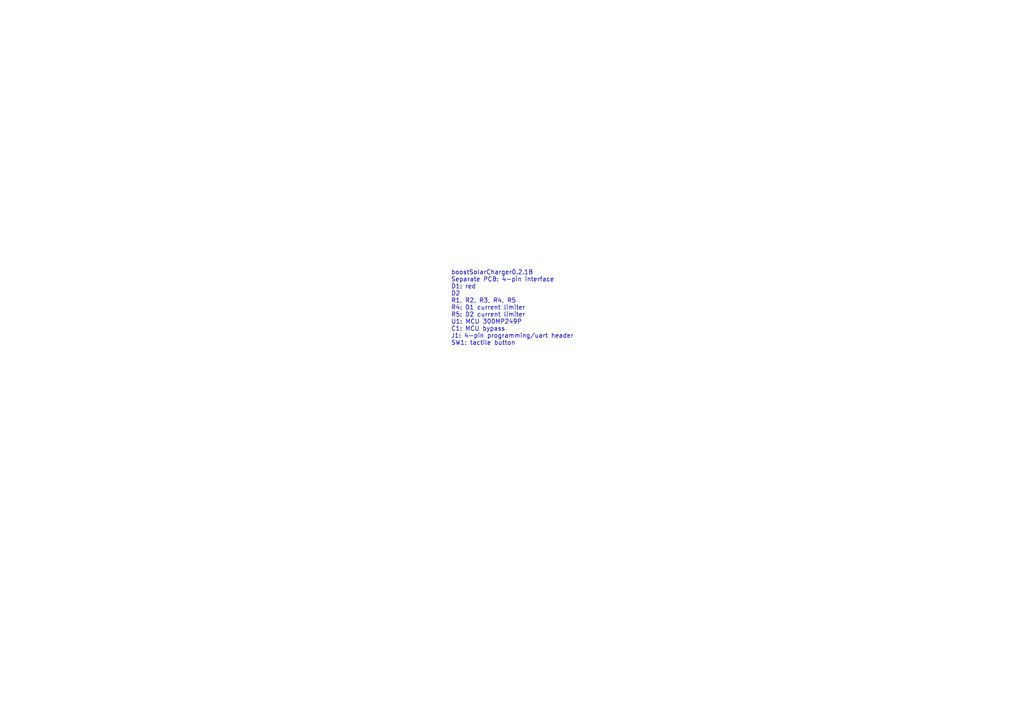
<source format=kicad_sch>
(kicad_sch (version 20211123) (generator eeschema)
  (paper "A4")
  (lib_symbols)
  (text "boostSolarCharger0.2.1B\nSeparate PCB: 4-pin interface\nD1: red\nD2\nR1, R2, R3, R4, R5\nR4: D1 current limiter\nR5: D2 current limiter\nU1: MCU 300MP249P\nC1: MCU bypass\nJ1: 4-pin programming/uart header\nSW1: tactile button\n" (at 130.81 100.33 0) (effects (font (size 1.27 1.27)) (justify left bottom)))
)
</source>
